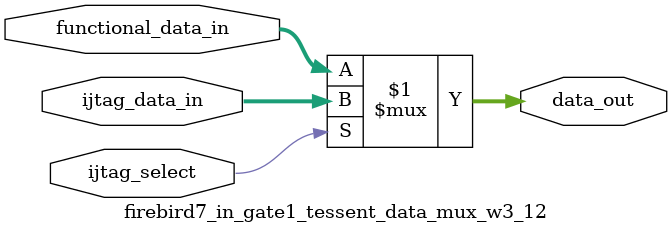
<source format=sv>

module firebird7_in_gate1_tessent_data_mux_w3_12 (
  input wire ijtag_select,
  input wire [2:0]  functional_data_in,
  input wire [2:0]  ijtag_data_in,
  output wire [2:0] data_out
);
assign data_out = (ijtag_select) ? ijtag_data_in : functional_data_in;
endmodule

</source>
